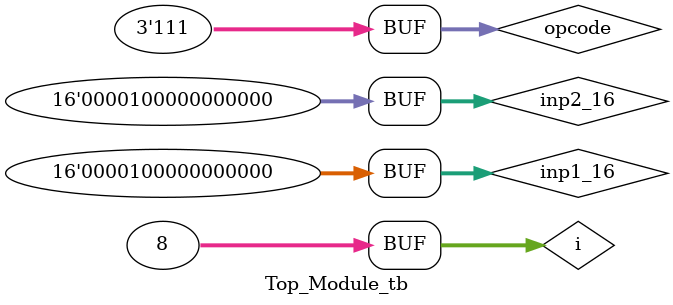
<source format=sv>
`timescale 1ns/1ns

module Top_Module_tb;

  logic [15:0] inp1_16, inp2_16;
  logic [2:0] opcode;
  wire [15:0] out_put_one_hot;
  wire [3:0] out_put;
  wire overflow;
  wire [7:0]seven_segment;
  Top_Module uut (inp1_16, inp2_16, opcode, out_put_one_hot, overflow , out_put);
   sevenSegmentDecoder ssd(out_put,seven_segment);
  integer i; 

  initial begin
    inp1_16 = 16'b0000010000000000;
    inp2_16 = 16'b0000000000000100;

    for (i = 1; i < 8; i = i + 1) begin
      opcode = i % 8; 
      #10;
    end

      
    inp1_16 = 16'b0000000000000100;
    inp2_16 = 16'b0000000000001000;

    for (i = 1; i < 8; i = i + 1) begin
      opcode = i % 8; 
      #10;
    end

    inp1_16 = 16'b0000000010000000;
    inp2_16 = 16'b0010000000000000;

    for (i = 1; i < 8; i = i + 1) begin
      opcode = i % 8; 
      #10;
    end

    inp1_16 = 16'b0000100000000000;
    inp2_16 = 16'b0000100000000000;

    for (i = 1; i < 8; i = i + 1) begin
      opcode = i % 8; 
      #10;
    end
  end

endmodule

</source>
